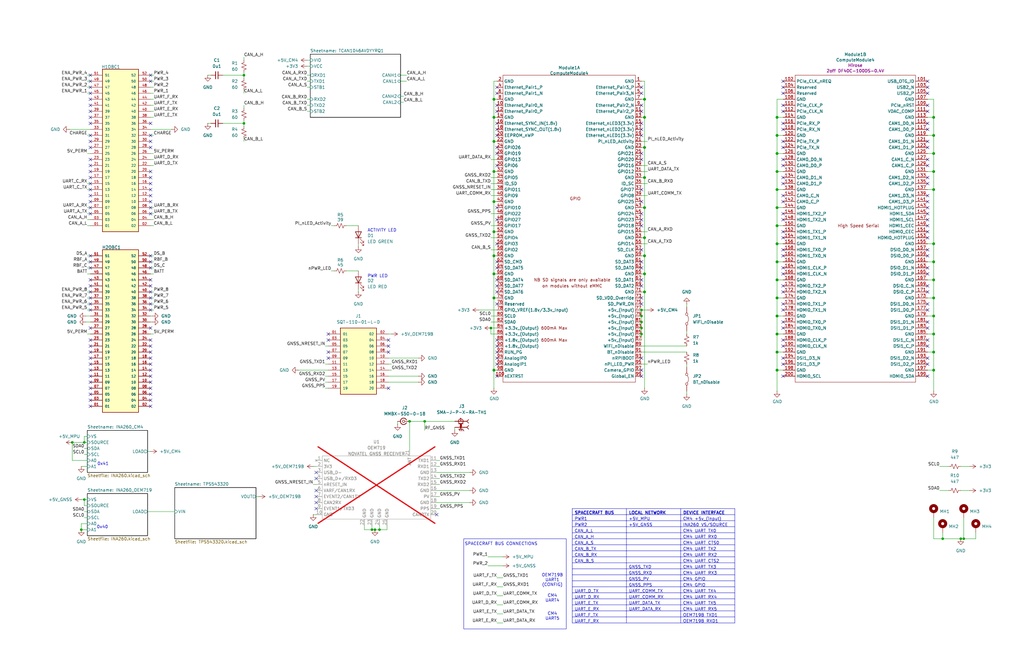
<source format=kicad_sch>
(kicad_sch (version 20250114) (generator "eeschema") (generator_version "9.0")
  (paper "USLedger")
  (title_block (title "HEDGE2 OBC") (date "2025-06-27") (rev "V0.8") (company "University of Virginia") (comment 1 "Department of Mechanical and Aerospace Engineering"))
  (rectangle (start 195.58 227.33) (end 238.76 265.43))
  (text "PWR LED" (at 154.94 117.348 0) (effects (font (size 1.27 1.27)) (justify left bottom)))
  (text "CM4\nUART5" (at 232.918 260.096 0) (effects (font (size 1.27 1.27))))
  (text "0x41" (at 43.434 195.834 0) (effects (font (size 1.27 1.27))))
  (text "SPACECRAFT BUS CONNECTIONS" (at 211.328 229.616 0) (effects (font (size 1.27 1.27))))
  (text "0x40" (at 43.18 222.504 0) (effects (font (size 1.27 1.27))))
  (text "OEM719B\nUART1\n(CONFIG)" (at 232.918 244.856 0) (effects (font (size 1.27 1.27))))
  (text "ACTIVITY LED" (at 154.94 98.044 0) (effects (font (size 1.27 1.27)) (justify left bottom)))
  (text "CM4\nUART4" (at 232.918 252.476 0) (effects (font (size 1.27 1.27))))
  (junction (at 102.87 52.07))
  (junction (at 156.845 223.52))
  (junction (at 393.7 140.97) (diameter 1.016))
  (junction (at 393.7 148.59) (diameter 1.016))
  (junction (at 327.66 118.11) (diameter 1.016))
  (junction (at 271.78 123.19) (diameter 1.016))
  (junction (at 271.78 49.53) (diameter 1.016))
  (junction (at 406.4 227.33))
  (junction (at 393.7 102.87) (diameter 1.016))
  (junction (at 271.78 87.63) (diameter 1.016))
  (junction (at 327.66 148.59) (diameter 1.016))
  (junction (at 327.66 125.73) (diameter 1.016))
  (junction (at 208.28 115.57) (diameter 1.016))
  (junction (at 393.7 64.77) (diameter 1.016))
  (junction (at 271.78 41.91) (diameter 1.016))
  (junction (at 270.51 135.89))
  (junction (at 208.28 107.95) (diameter 1.016))
  (junction (at 393.7 80.01) (diameter 1.016))
  (junction (at 327.66 57.15) (diameter 1.016))
  (junction (at 327.66 64.77) (diameter 1.016))
  (junction (at 393.7 118.11) (diameter 1.016))
  (junction (at 271.78 62.23) (diameter 1.016))
  (junction (at 102.87 31.75))
  (junction (at 327.66 72.39) (diameter 1.016))
  (junction (at 35.56 210.82))
  (junction (at 327.66 133.35) (diameter 1.016))
  (junction (at 172.72 177.8))
  (junction (at 179.07 177.8))
  (junction (at 208.28 85.09) (diameter 1.016))
  (junction (at 397.51 227.33))
  (junction (at 30.48 186.69))
  (junction (at 208.28 97.79) (diameter 1.016))
  (junction (at 393.7 110.49) (diameter 1.016))
  (junction (at 271.78 74.93) (diameter 1.016))
  (junction (at 270.51 140.97))
  (junction (at 327.66 156.21) (diameter 1.016))
  (junction (at 393.7 156.21) (diameter 1.016))
  (junction (at 327.66 49.53) (diameter 1.016))
  (junction (at 327.66 95.25) (diameter 1.016))
  (junction (at 208.28 49.53) (diameter 1.016))
  (junction (at 405.13 227.33))
  (junction (at 393.7 72.39) (diameter 1.016))
  (junction (at 208.28 41.91) (diameter 1.016))
  (junction (at 35.56 186.69))
  (junction (at 270.51 138.43))
  (junction (at 327.66 80.01) (diameter 1.016))
  (junction (at 393.7 133.35) (diameter 1.016))
  (junction (at 327.66 140.97) (diameter 1.016))
  (junction (at 208.28 72.39) (diameter 1.016))
  (junction (at 34.29 223.52))
  (junction (at 393.7 49.53) (diameter 1.016))
  (junction (at 158.115 223.52))
  (junction (at 160.02 223.52))
  (junction (at 393.7 57.15) (diameter 1.016))
  (junction (at 270.51 133.35))
  (junction (at 393.7 125.73) (diameter 1.016))
  (junction (at 327.66 110.49) (diameter 1.016))
  (junction (at 327.66 102.87) (diameter 1.016))
  (junction (at 208.28 156.21) (diameter 1.016))
  (junction (at 270.51 130.81))
  (junction (at 327.66 87.63) (diameter 1.016))
  (junction (at 207.01 138.43))
  (junction (at 271.78 107.95) (diameter 1.016))
  (junction (at 271.78 115.57) (diameter 1.016))
  (junction (at 271.78 100.33) (diameter 1.016))
  (junction (at 208.28 125.73) (diameter 1.016))
  (junction (at 208.28 59.69) (diameter 1.016))
  (no_connect (at 391.16 36.83))
  (no_connect (at 209.55 44.45))
  (no_connect (at 63.5 74.93))
  (no_connect (at 38.1 153.67))
  (no_connect (at 209.55 148.59))
  (no_connect (at 391.16 74.93))
  (no_connect (at 270.51 105.41))
  (no_connect (at 270.51 118.11))
  (no_connect (at 330.2 100.33))
  (no_connect (at 63.5 148.59))
  (no_connect (at 391.16 138.43))
  (no_connect (at 330.2 85.09))
  (no_connect (at 330.2 158.75))
  (no_connect (at 63.5 80.01))
  (no_connect (at 38.1 158.75))
  (no_connect (at 63.5 168.91))
  (no_connect (at 63.5 110.49))
  (no_connect (at 209.55 158.75))
  (no_connect (at 330.2 74.93))
  (no_connect (at 38.1 130.81))
  (no_connect (at 38.1 69.85))
  (no_connect (at 38.1 138.43))
  (no_connect (at 209.55 87.63))
  (no_connect (at 63.5 34.29))
  (no_connect (at 63.5 90.17))
  (no_connect (at 209.55 92.71))
  (no_connect (at 133.35 212.09))
  (no_connect (at 209.55 110.49))
  (no_connect (at 270.51 125.73))
  (no_connect (at 270.51 95.25))
  (no_connect (at 330.2 69.85))
  (no_connect (at 270.51 128.27))
  (no_connect (at 38.1 107.95))
  (no_connect (at 63.5 82.55))
  (no_connect (at 209.55 52.07))
  (no_connect (at 63.5 107.95))
  (no_connect (at 63.5 31.75))
  (no_connect (at 38.1 120.65))
  (no_connect (at 38.1 67.31))
  (no_connect (at 63.5 130.81))
  (no_connect (at 270.51 44.45))
  (no_connect (at 330.2 62.23))
  (no_connect (at 330.2 138.43))
  (no_connect (at 209.55 151.13))
  (no_connect (at 63.5 171.45))
  (no_connect (at 38.1 59.69))
  (no_connect (at 209.55 153.67))
  (no_connect (at 209.55 62.23))
  (no_connect (at 330.2 113.03))
  (no_connect (at 330.2 34.29))
  (no_connect (at 330.2 54.61))
  (no_connect (at 133.35 214.63))
  (no_connect (at 330.2 130.81))
  (no_connect (at 270.51 85.09))
  (no_connect (at 391.16 77.47))
  (no_connect (at 330.2 59.69))
  (no_connect (at 391.16 69.85))
  (no_connect (at 391.16 113.03))
  (no_connect (at 330.2 44.45))
  (no_connect (at 209.55 36.83))
  (no_connect (at 391.16 158.75))
  (no_connect (at 330.2 77.47))
  (no_connect (at 63.5 161.29))
  (no_connect (at 38.1 166.37))
  (no_connect (at 163.83 148.59))
  (no_connect (at 330.2 143.51))
  (no_connect (at 270.51 57.15))
  (no_connect (at 391.16 90.17))
  (no_connect (at 138.43 140.97))
  (no_connect (at 38.1 156.21))
  (no_connect (at 270.51 36.83))
  (no_connect (at 209.55 54.61))
  (no_connect (at 270.51 92.71))
  (no_connect (at 38.1 46.99))
  (no_connect (at 63.5 138.43))
  (no_connect (at 63.5 156.21))
  (no_connect (at 330.2 92.71))
  (no_connect (at 38.1 41.91))
  (no_connect (at 391.16 107.95))
  (no_connect (at 63.5 118.11))
  (no_connect (at 63.5 163.83))
  (no_connect (at 209.55 118.11))
  (no_connect (at 391.16 62.23))
  (no_connect (at 270.51 46.99))
  (no_connect (at 330.2 39.37))
  (no_connect (at 270.51 158.75))
  (no_connect (at 270.51 110.49))
  (no_connect (at 391.16 120.65))
  (no_connect (at 330.2 107.95))
  (no_connect (at 63.5 143.51))
  (no_connect (at 330.2 151.13))
  (no_connect (at 391.16 123.19))
  (no_connect (at 330.2 67.31))
  (no_connect (at 209.55 123.19))
  (no_connect (at 209.55 146.05))
  (no_connect (at 38.1 143.51))
  (no_connect (at 63.5 125.73))
  (no_connect (at 391.16 54.61))
  (no_connect (at 63.5 151.13))
  (no_connect (at 38.1 148.59))
  (no_connect (at 133.35 207.01))
  (no_connect (at 138.43 151.13))
  (no_connect (at 38.1 62.23))
  (no_connect (at 38.1 171.45))
  (no_connect (at 270.51 64.77))
  (no_connect (at 270.51 52.07))
  (no_connect (at 391.16 59.69))
  (no_connect (at 330.2 115.57))
  (no_connect (at 209.55 128.27))
  (no_connect (at 330.2 135.89))
  (no_connect (at 38.1 31.75))
  (no_connect (at 38.1 163.83))
  (no_connect (at 330.2 153.67))
  (no_connect (at 38.1 146.05))
  (no_connect (at 209.55 102.87))
  (no_connect (at 330.2 128.27))
  (no_connect (at 38.1 113.03))
  (no_connect (at 330.2 90.17))
  (no_connect (at 38.1 168.91))
  (no_connect (at 38.1 85.09))
  (no_connect (at 330.2 123.19))
  (no_connect (at 38.1 77.47))
  (no_connect (at 38.1 39.37))
  (no_connect (at 270.51 54.61))
  (no_connect (at 270.51 67.31))
  (no_connect (at 38.1 57.15))
  (no_connect (at 63.5 146.05))
  (no_connect (at 391.16 82.55))
  (no_connect (at 63.5 158.75))
  (no_connect (at 270.51 120.65))
  (no_connect (at 330.2 97.79))
  (no_connect (at 330.2 36.83))
  (no_connect (at 38.1 118.11))
  (no_connect (at 38.1 123.19))
  (no_connect (at 38.1 151.13))
  (no_connect (at 38.1 80.01))
  (no_connect (at 63.5 153.67))
  (no_connect (at 133.35 209.55))
  (no_connect (at 209.55 64.77))
  (no_connect (at 270.51 156.21))
  (no_connect (at 391.16 44.45))
  (no_connect (at 391.16 128.27))
  (no_connect (at 270.51 151.13))
  (no_connect (at 391.16 39.37))
  (no_connect (at 391.16 46.99))
  (no_connect (at 209.55 39.37))
  (no_connect (at 209.55 120.65))
  (no_connect (at 391.16 92.71))
  (no_connect (at 63.5 113.03))
  (no_connect (at 270.51 39.37))
  (no_connect (at 391.16 87.63))
  (no_connect (at 63.5 59.69))
  (no_connect (at 38.1 34.29))
  (no_connect (at 391.16 67.31))
  (no_connect (at 38.1 72.39))
  (no_connect (at 38.1 125.73))
  (no_connect (at 38.1 90.17))
  (no_connect (at 63.5 120.65))
  (no_connect (at 391.16 100.33))
  (no_connect (at 38.1 74.93))
  (no_connect (at 63.5 123.19))
  (no_connect (at 330.2 120.65))
  (no_connect (at 63.5 72.39))
  (no_connect (at 38.1 87.63))
  (no_connect (at 270.51 90.17))
  (no_connect (at 209.55 143.51))
  (no_connect (at 63.5 87.63))
  (no_connect (at 63.5 52.07))
  (no_connect (at 63.5 77.47))
  (no_connect (at 391.16 130.81))
  (no_connect (at 391.16 151.13))
  (no_connect (at 63.5 166.37))
  (no_connect (at 209.55 69.85))
  (no_connect (at 330.2 52.07))
  (no_connect (at 138.43 143.51))
  (no_connect (at 38.1 128.27))
  (no_connect (at 209.55 113.03))
  (no_connect (at 38.1 52.07))
  (no_connect (at 391.16 34.29))
  (no_connect (at 133.35 199.39))
  (no_connect (at 163.83 143.51))
  (no_connect (at 38.1 161.29))
  (no_connect (at 38.1 110.49))
  (no_connect (at 391.16 97.79))
  (no_connect (at 63.5 85.09))
  (no_connect (at 330.2 146.05))
  (no_connect (at 38.1 36.83))
  (no_connect (at 63.5 57.15))
  (no_connect (at 391.16 105.41))
  (no_connect (at 391.16 85.09))
  (no_connect (at 330.2 82.55))
  (no_connect (at 270.51 80.01))
  (no_connect (at 138.43 148.59))
  (no_connect (at 163.83 163.83))
  (no_connect (at 209.55 46.99))
  (no_connect (at 63.5 62.23))
  (no_connect (at 391.16 143.51))
  (no_connect (at 209.55 57.15))
  (no_connect (at 391.16 153.67))
  (no_connect (at 330.2 46.99))
  (no_connect (at 133.35 201.93))
  (no_connect (at 270.51 113.03))
  (no_connect (at 391.16 115.57))
  (no_connect (at 391.16 52.07))
  (no_connect (at 38.1 49.53))
  (no_connect (at 163.83 146.05))
  (no_connect (at 38.1 44.45))
  (no_connect (at 63.5 128.27))
  (no_connect (at 391.16 135.89))
  (no_connect (at 38.1 82.55))
  (no_connect (at 391.16 146.05))
  (no_connect (at 391.16 95.25))
  (no_connect (at 330.2 105.41))
  (no_connect (at 184.15 217.17))
  (wire (pts (xy 270.51 74.93) (xy 271.78 74.93)))
  (wire (pts (xy 36.195 133.35) (xy 38.1 133.35)))
  (wire (pts (xy 125.73 156.21) (xy 138.43 156.21)))
  (wire (pts (xy 208.28 59.69) (xy 209.55 59.69)))
  (wire (pts (xy 168.91 40.64) (xy 170.18 40.64)))
  (wire (pts (xy 327.66 156.21) (xy 327.66 165.1)))
  (wire (pts (xy 405.13 207.01) (xy 408.94 207.01)))
  (wire (pts (xy 168.91 31.75) (xy 171.45 31.75)))
  (wire (pts (xy 63.5 64.77) (xy 64.77 64.77)))
  (wire (pts (xy 36.195 135.89) (xy 38.1 135.89)))
  (wire (pts (xy 330.2 156.21) (xy 327.66 156.21)))
  (wire (pts (xy 208.28 107.95) (xy 208.28 115.57)))
  (wire (pts (xy 271.78 87.63) (xy 271.78 100.33)))
  (wire (pts (xy 146.05 114.3) (xy 151.13 114.3)))
  (wire (pts (xy 327.66 118.11) (xy 330.2 118.11)))
  (wire (pts (xy 208.28 85.09) (xy 208.28 97.79)))
  (wire (pts (xy 64.77 140.97) (xy 63.5 140.97)))
  (wire (pts (xy 36.83 57.15) (xy 38.1 57.15)))
  (wire (pts (xy 208.28 34.29) (xy 208.28 41.91)))
  (wire (pts (xy 271.78 62.23) (xy 271.78 74.93)))
  (wire (pts (xy 393.7 218.44) (xy 393.7 227.33)))
  (wire (pts (xy 63.5 36.83) (xy 64.77 36.83)))
  (wire (pts (xy 63.5 49.53) (xy 64.77 49.53)))
  (wire (pts (xy 270.51 72.39) (xy 273.05 72.39)))
  (wire (pts (xy 209.55 49.53) (xy 208.28 49.53)))
  (wire (pts (xy 207.01 100.33) (xy 209.55 100.33)))
  (wire (pts (xy 209.55 41.91) (xy 208.28 41.91)))
  (wire (pts (xy 391.16 49.53) (xy 393.7 49.53)))
  (wire (pts (xy 327.66 87.63) (xy 330.2 87.63)))
  (wire (pts (xy 327.66 140.97) (xy 330.2 140.97)))
  (wire (pts (xy 184.15 194.31) (xy 185.42 194.31)))
  (wire (pts (xy 391.16 102.87) (xy 393.7 102.87)))
  (wire (pts (xy 137.16 161.29) (xy 138.43 161.29)))
  (wire (pts (xy 270.51 123.19) (xy 271.78 123.19)))
  (wire (pts (xy 36.83 36.83) (xy 38.1 36.83)))
  (wire (pts (xy 208.28 115.57) (xy 208.28 125.73)))
  (wire (pts (xy 208.28 41.91) (xy 208.28 49.53)))
  (wire (pts (xy 270.51 140.97) (xy 270.51 143.51)))
  (wire (pts (xy 327.66 133.35) (xy 327.66 140.97)))
  (wire (pts (xy 139.7 114.3) (xy 140.97 114.3)))
  (wire (pts (xy 393.7 41.91) (xy 391.16 41.91)))
  (wire (pts (xy 327.66 49.53) (xy 330.2 49.53)))
  (wire (pts (xy 393.7 118.11) (xy 393.7 125.73)))
  (wire (pts (xy 168.91 34.29) (xy 171.45 34.29)))
  (wire (pts (xy 393.7 49.53) (xy 393.7 41.91)))
  (wire (pts (xy 88.9 52.07) (xy 87.63 52.07)))
  (wire (pts (xy 129.54 31.75) (xy 130.81 31.75)))
  (wire (pts (xy 393.7 102.87) (xy 393.7 110.49)))
  (wire (pts (xy 132.08 204.47) (xy 133.35 204.47)))
  (wire (pts (xy 63.5 31.75) (xy 64.77 31.75)))
  (wire (pts (xy 208.28 107.95) (xy 209.55 107.95)))
  (wire (pts (xy 207.01 138.43) (xy 209.55 138.43)))
  (wire (pts (xy 163.83 140.97) (xy 165.1 140.97)))
  (wire (pts (xy 205.74 234.95) (xy 212.09 234.95)))
  (wire (pts (xy 153.67 223.52) (xy 156.845 223.52)))
  (wire (pts (xy 151.13 121.92) (xy 151.13 123.19)))
  (wire (pts (xy 208.28 72.39) (xy 209.55 72.39)))
  (wire (pts (xy 184.15 196.85) (xy 185.42 196.85)))
  (wire (pts (xy 36.83 110.49) (xy 38.1 110.49)))
  (wire (pts (xy 327.66 95.25) (xy 330.2 95.25)))
  (wire (pts (xy 406.4 227.33) (xy 405.13 227.33)))
  (wire (pts (xy 207.01 74.93) (xy 209.55 74.93)))
  (wire (pts (xy 36.83 80.01) (xy 38.1 80.01)))
  (wire (pts (xy 168.91 43.18) (xy 170.18 43.18)))
  (wire (pts (xy 35.56 186.69) (xy 36.83 186.69)))
  (wire (pts (xy 137.16 146.05) (xy 138.43 146.05)))
  (wire (pts (xy 63.5 128.27) (xy 64.77 128.27)))
  (wire (pts (xy 102.87 52.07) (xy 102.87 53.34)))
  (wire (pts (xy 207.01 133.35) (xy 209.55 133.35)))
  (wire (pts (xy 391.16 133.35) (xy 393.7 133.35)))
  (wire (pts (xy 208.28 125.73) (xy 209.55 125.73)))
  (wire (pts (xy 271.78 100.33) (xy 271.78 107.95)))
  (wire (pts (xy 163.83 158.75) (xy 176.53 158.75)))
  (wire (pts (xy 63.5 113.03) (xy 64.77 113.03)))
  (wire (pts (xy 129.54 44.45) (xy 130.81 44.45)))
  (wire (pts (xy 191.77 180.34) (xy 191.77 181.61)))
  (wire (pts (xy 137.16 153.67) (xy 138.43 153.67)))
  (wire (pts (xy 271.78 74.93) (xy 271.78 87.63)))
  (wire (pts (xy 63.5 135.89) (xy 64.135 135.89)))
  (wire (pts (xy 184.15 209.55) (xy 185.42 209.55)))
  (wire (pts (xy 270.51 135.89) (xy 270.51 138.43)))
  (wire (pts (xy 208.28 115.57) (xy 209.55 115.57)))
  (wire (pts (xy 327.66 64.77) (xy 327.66 72.39)))
  (wire (pts (xy 36.83 39.37) (xy 38.1 39.37)))
  (wire (pts (xy 289.56 146.05) (xy 270.51 146.05)))
  (wire (pts (xy 88.9 31.75) (xy 87.63 31.75)))
  (wire (pts (xy 30.48 194.31) (xy 30.48 186.69)))
  (wire (pts (xy 160.02 223.52) (xy 163.195 223.52)))
  (wire (pts (xy 209.55 255.27) (xy 212.09 255.27)))
  (wire (pts (xy 36.83 95.25) (xy 38.1 95.25)))
  (wire (pts (xy 393.7 110.49) (xy 393.7 118.11)))
  (wire (pts (xy 156.845 223.52) (xy 156.845 221.615)))
  (wire (pts (xy 35.56 215.9) (xy 36.83 215.9)))
  (wire (pts (xy 393.7 148.59) (xy 393.7 156.21)))
  (wire (pts (xy 271.78 41.91) (xy 271.78 49.53)))
  (wire (pts (xy 393.7 227.33) (xy 397.51 227.33)))
  (wire (pts (xy 64.77 57.15) (xy 63.5 57.15)))
  (wire (pts (xy 102.87 30.48) (xy 102.87 31.75)))
  (wire (pts (xy 129.54 46.99) (xy 130.81 46.99)))
  (wire (pts (xy 179.07 177.8) (xy 191.77 177.8)))
  (wire (pts (xy 184.15 214.63) (xy 185.42 214.63)))
  (wire (pts (xy 102.87 44.45) (xy 102.87 45.72)))
  (wire (pts (xy 62.23 190.5) (xy 63.5 190.5)))
  (wire (pts (xy 393.7 80.01) (xy 393.7 102.87)))
  (wire (pts (xy 391.16 57.15) (xy 393.7 57.15)))
  (wire (pts (xy 208.28 59.69) (xy 208.28 72.39)))
  (wire (pts (xy 270.51 34.29) (xy 271.78 34.29)))
  (wire (pts (xy 270.51 49.53) (xy 271.78 49.53)))
  (wire (pts (xy 163.83 151.13) (xy 176.53 151.13)))
  (wire (pts (xy 129.54 41.91) (xy 130.81 41.91)))
  (wire (pts (xy 391.16 80.01) (xy 393.7 80.01)))
  (wire (pts (xy 327.66 148.59) (xy 327.66 156.21)))
  (wire (pts (xy 208.28 125.73) (xy 208.28 156.21)))
  (wire (pts (xy 184.15 207.01) (xy 198.12 207.01)))
  (wire (pts (xy 102.87 38.1) (xy 102.87 39.37)))
  (wire (pts (xy 327.66 41.91) (xy 327.66 49.53)))
  (wire (pts (xy 289.56 139.7) (xy 289.56 140.97)))
  (wire (pts (xy 207.01 82.55) (xy 209.55 82.55)))
  (wire (pts (xy 270.51 115.57) (xy 271.78 115.57)))
  (wire (pts (xy 36.83 113.03) (xy 38.1 113.03)))
  (wire (pts (xy 327.66 95.25) (xy 327.66 102.87)))
  (wire (pts (xy 163.83 156.21) (xy 165.1 156.21)))
  (wire (pts (xy 63.5 123.19) (xy 64.77 123.19)))
  (wire (pts (xy 391.16 125.73) (xy 393.7 125.73)))
  (wire (pts (xy 201.93 130.81) (xy 209.55 130.81)))
  (wire (pts (xy 132.08 196.85) (xy 133.35 196.85)))
  (wire (pts (xy 30.48 186.69) (xy 35.56 186.69)))
  (wire (pts (xy 270.51 138.43) (xy 270.51 140.97)))
  (wire (pts (xy 139.7 95.25) (xy 140.97 95.25)))
  (wire (pts (xy 208.28 97.79) (xy 208.28 107.95)))
  (wire (pts (xy 137.16 158.75) (xy 138.43 158.75)))
  (wire (pts (xy 207.01 95.25) (xy 209.55 95.25)))
  (wire (pts (xy 391.16 118.11) (xy 393.7 118.11)))
  (wire (pts (xy 63.5 34.29) (xy 64.77 34.29)))
  (wire (pts (xy 36.83 130.81) (xy 38.1 130.81)))
  (wire (pts (xy 36.83 123.19) (xy 38.1 123.19)))
  (wire (pts (xy 393.7 133.35) (xy 393.7 140.97)))
  (wire (pts (xy 396.24 196.85) (xy 400.05 196.85)))
  (wire (pts (xy 35.56 189.23) (xy 36.83 189.23)))
  (wire (pts (xy 327.66 133.35) (xy 330.2 133.35)))
  (wire (pts (xy 163.83 161.29) (xy 176.53 161.29)))
  (wire (pts (xy 129.54 27.94) (xy 130.81 27.94)))
  (wire (pts (xy 270.51 62.23) (xy 271.78 62.23)))
  (wire (pts (xy 391.16 156.21) (xy 393.7 156.21)))
  (wire (pts (xy 270.51 153.67) (xy 273.05 153.67)))
  (wire (pts (xy 391.16 72.39) (xy 393.7 72.39)))
  (wire (pts (xy 327.66 125.73) (xy 330.2 125.73)))
  (wire (pts (xy 172.72 177.8) (xy 179.07 177.8)))
  (wire (pts (xy 63.5 110.49) (xy 64.77 110.49)))
  (wire (pts (xy 34.29 196.85) (xy 36.83 196.85)))
  (wire (pts (xy 209.55 262.89) (xy 212.09 262.89)))
  (wire (pts (xy 393.7 156.21) (xy 393.7 165.1)))
  (wire (pts (xy 327.66 118.11) (xy 327.66 125.73)))
  (wire (pts (xy 327.66 125.73) (xy 327.66 133.35)))
  (wire (pts (xy 63.5 41.91) (xy 64.77 41.91)))
  (wire (pts (xy 393.7 72.39) (xy 393.7 64.77)))
  (wire (pts (xy 35.56 191.77) (xy 36.83 191.77)))
  (wire (pts (xy 36.83 90.17) (xy 38.1 90.17)))
  (wire (pts (xy 271.78 49.53) (xy 271.78 62.23)))
  (wire (pts (xy 207.01 90.17) (xy 209.55 90.17)))
  (wire (pts (xy 330.2 148.59) (xy 327.66 148.59)))
  (wire (pts (xy 129.54 25.4) (xy 130.81 25.4)))
  (wire (pts (xy 289.56 153.67) (xy 289.56 154.94)))
  (wire (pts (xy 327.66 110.49) (xy 330.2 110.49)))
  (wire (pts (xy 396.24 207.01) (xy 400.05 207.01)))
  (wire (pts (xy 270.51 102.87) (xy 273.05 102.87)))
  (wire (pts (xy 327.66 49.53) (xy 327.66 57.15)))
  (wire (pts (xy 132.08 217.17) (xy 133.35 217.17)))
  (wire (pts (xy 270.51 133.35) (xy 270.51 135.89)))
  (wire (pts (xy 35.56 184.15) (xy 35.56 186.69)))
  (wire (pts (xy 34.29 220.98) (xy 34.29 223.52)))
  (wire (pts (xy 289.56 148.59) (xy 270.51 148.59)))
  (wire (pts (xy 36.83 115.57) (xy 38.1 115.57)))
  (wire (pts (xy 184.15 199.39) (xy 198.12 199.39)))
  (wire (pts (xy 36.83 184.15) (xy 35.56 184.15)))
  (wire (pts (xy 327.66 102.87) (xy 327.66 110.49)))
  (wire (pts (xy 393.7 80.01) (xy 393.7 72.39)))
  (wire (pts (xy 208.28 156.21) (xy 208.28 163.83)))
  (wire (pts (xy 63.5 130.81) (xy 64.77 130.81)))
  (wire (pts (xy 63.5 115.57) (xy 64.77 115.57)))
  (wire (pts (xy 330.2 41.91) (xy 327.66 41.91)))
  (wire (pts (xy 63.5 125.73) (xy 64.77 125.73)))
  (wire (pts (xy 327.66 72.39) (xy 330.2 72.39)))
  (wire (pts (xy 391.16 64.77) (xy 393.7 64.77)))
  (wire (pts (xy 327.66 57.15) (xy 330.2 57.15)))
  (wire (pts (xy 36.83 194.31) (xy 30.48 194.31)))
  (wire (pts (xy 270.51 107.95) (xy 271.78 107.95)))
  (wire (pts (xy 289.56 165.1) (xy 289.56 166.37)))
  (wire (pts (xy 129.54 34.29) (xy 130.81 34.29)))
  (wire (pts (xy 35.56 210.82) (xy 35.56 213.36)))
  (wire (pts (xy 63.5 67.31) (xy 64.77 67.31)))
  (wire (pts (xy 270.51 69.85) (xy 273.05 69.85)))
  (wire (pts (xy 327.66 57.15) (xy 327.66 64.77)))
  (wire (pts (xy 184.15 212.09) (xy 198.12 212.09)))
  (wire (pts (xy 207.01 135.89) (xy 209.55 135.89)))
  (wire (pts (xy 270.51 130.81) (xy 273.05 130.81)))
  (wire (pts (xy 63.5 92.71) (xy 64.77 92.71)))
  (wire (pts (xy 393.7 125.73) (xy 393.7 133.35)))
  (wire (pts (xy 179.07 177.8) (xy 179.07 181.61)))
  (wire (pts (xy 270.51 41.91) (xy 271.78 41.91)))
  (wire (pts (xy 208.28 85.09) (xy 209.55 85.09)))
  (wire (pts (xy 411.48 227.33) (xy 406.4 227.33)))
  (wire (pts (xy 153.67 223.52) (xy 153.67 221.615)))
  (wire (pts (xy 327.66 102.87) (xy 330.2 102.87)))
  (wire (pts (xy 156.845 223.52) (xy 158.115 223.52)))
  (wire (pts (xy 270.51 77.47) (xy 273.05 77.47)))
  (wire (pts (xy 184.15 204.47) (xy 185.42 204.47)))
  (wire (pts (xy 102.87 52.07) (xy 93.98 52.07)))
  (wire (pts (xy 405.13 196.85) (xy 408.94 196.85)))
  (wire (pts (xy 63.5 44.45) (xy 64.77 44.45)))
  (wire (pts (xy 270.51 97.79) (xy 273.05 97.79)))
  (wire (pts (xy 160.02 223.52) (xy 160.02 221.615)))
  (wire (pts (xy 406.4 218.44) (xy 406.4 227.33)))
  (wire (pts (xy 207.01 67.31) (xy 209.55 67.31)))
  (wire (pts (xy 35.56 218.44) (xy 36.83 218.44)))
  (wire (pts (xy 36.83 140.97) (xy 38.1 140.97)))
  (wire (pts (xy 393.7 140.97) (xy 393.7 148.59)))
  (wire (pts (xy 102.87 31.75) (xy 93.98 31.75)))
  (wire (pts (xy 393.7 64.77) (xy 393.7 57.15)))
  (wire (pts (xy 36.83 64.77) (xy 38.1 64.77)))
  (wire (pts (xy 172.72 177.8) (xy 172.72 189.865)))
  (wire (pts (xy 209.55 156.21) (xy 208.28 156.21)))
  (wire (pts (xy 36.83 34.29) (xy 38.1 34.29)))
  (wire (pts (xy 270.51 100.33) (xy 271.78 100.33)))
  (wire (pts (xy 327.66 80.01) (xy 330.2 80.01)))
  (wire (pts (xy 207.01 80.01) (xy 209.55 80.01)))
  (wire (pts (xy 270.51 87.63) (xy 271.78 87.63)))
  (wire (pts (xy 36.83 125.73) (xy 38.1 125.73)))
  (wire (pts (xy 167.64 177.8) (xy 167.64 179.07)))
  (wire (pts (xy 207.01 140.97) (xy 207.01 138.43)))
  (wire (pts (xy 208.28 49.53) (xy 208.28 59.69)))
  (wire (pts (xy 327.66 87.63) (xy 327.66 95.25)))
  (wire (pts (xy 271.78 34.29) (xy 271.78 41.91)))
  (wire (pts (xy 63.5 87.63) (xy 64.77 87.63)))
  (wire (pts (xy 34.29 210.82) (xy 35.56 210.82)))
  (wire (pts (xy 146.05 95.25) (xy 151.13 95.25)))
  (wire (pts (xy 397.51 227.33) (xy 405.13 227.33)))
  (wire (pts (xy 391.16 140.97) (xy 393.7 140.97)))
  (wire (pts (xy 35.56 213.36) (xy 36.83 213.36)))
  (wire (pts (xy 129.54 36.83) (xy 130.81 36.83)))
  (wire (pts (xy 29.21 54.61) (xy 38.1 54.61)))
  (wire (pts (xy 209.55 243.84) (xy 212.09 243.84)))
  (wire (pts (xy 209.55 259.08) (xy 212.09 259.08)))
  (wire (pts (xy 36.83 210.82) (xy 35.56 210.82)))
  (wire (pts (xy 102.87 50.8) (xy 102.87 52.07)))
  (wire (pts (xy 327.66 64.77) (xy 330.2 64.77)))
  (wire (pts (xy 36.83 107.95) (xy 38.1 107.95)))
  (wire (pts (xy 397.51 224.79) (xy 397.51 227.33)))
  (wire (pts (xy 271.78 123.19) (xy 271.78 163.83)))
  (wire (pts (xy 163.195 223.52) (xy 163.195 221.615)))
  (wire (pts (xy 391.16 110.49) (xy 393.7 110.49)))
  (wire (pts (xy 102.87 58.42) (xy 102.87 59.69)))
  (wire (pts (xy 36.83 87.63) (xy 38.1 87.63)))
  (wire (pts (xy 36.83 77.47) (xy 38.1 77.47)))
  (wire (pts (xy 163.83 153.67) (xy 165.1 153.67)))
  (wire (pts (xy 63.5 95.25) (xy 64.77 95.25)))
  (wire (pts (xy 271.78 115.57) (xy 271.78 123.19)))
  (wire (pts (xy 270.51 82.55) (xy 273.05 82.55)))
  (wire (pts (xy 36.83 92.71) (xy 38.1 92.71)))
  (wire (pts (xy 36.83 128.27) (xy 38.1 128.27)))
  (wire (pts (xy 63.5 54.61) (xy 72.39 54.61)))
  (wire (pts (xy 137.16 163.83) (xy 138.43 163.83)))
  (wire (pts (xy 207.01 105.41) (xy 209.55 105.41)))
  (wire (pts (xy 327.66 110.49) (xy 327.66 118.11)))
  (wire (pts (xy 102.87 31.75) (xy 102.87 33.02)))
  (wire (pts (xy 411.48 224.79) (xy 411.48 227.33)))
  (wire (pts (xy 36.83 31.75) (xy 38.1 31.75)))
  (wire (pts (xy 327.66 72.39) (xy 327.66 80.01)))
  (wire (pts (xy 63.5 39.37) (xy 64.77 39.37)))
  (wire (pts (xy 63.5 107.95) (xy 64.77 107.95)))
  (wire (pts (xy 107.95 209.55) (xy 109.22 209.55)))
  (wire (pts (xy 158.115 223.52) (xy 160.02 223.52)))
  (wire (pts (xy 34.29 223.52) (xy 36.83 223.52)))
  (wire (pts (xy 63.5 69.85) (xy 64.77 69.85)))
  (wire (pts (xy 327.66 80.01) (xy 327.66 87.63)))
  (wire (pts (xy 63.5 133.35) (xy 64.135 133.35)))
  (wire (pts (xy 209.55 34.29) (xy 208.28 34.29)))
  (wire (pts (xy 209.55 247.65) (xy 212.09 247.65)))
  (wire (pts (xy 289.56 128.27) (xy 289.56 129.54)))
  (wire (pts (xy 271.78 107.95) (xy 271.78 115.57)))
  (wire (pts (xy 184.15 201.93) (xy 185.42 201.93)))
  (wire (pts (xy 209.55 251.46) (xy 212.09 251.46)))
  (wire (pts (xy 63.5 90.17) (xy 64.77 90.17)))
  (wire (pts (xy 391.16 148.59) (xy 393.7 148.59)))
  (wire (pts (xy 327.66 140.97) (xy 327.66 148.59)))
  (wire (pts (xy 63.5 46.99) (xy 64.77 46.99)))
  (wire (pts (xy 393.7 57.15) (xy 393.7 49.53)))
  (wire (pts (xy 102.87 24.13) (xy 102.87 25.4)))
  (wire (pts (xy 208.28 72.39) (xy 208.28 85.09)))
  (wire (pts (xy 36.83 220.98) (xy 34.29 220.98)))
  (wire (pts (xy 270.51 130.81) (xy 270.51 133.35)))
  (wire (pts (xy 205.74 238.76) (xy 212.09 238.76)))
  (wire (pts (xy 208.28 97.79) (xy 209.55 97.79)))
  (wire (pts (xy 62.23 215.9) (xy 73.66 215.9)))
  (wire (pts (xy 207.01 77.47) (xy 209.55 77.47)))
  (wire (pts (xy 209.55 140.97) (xy 207.01 140.97)))
  (wire (pts (xy 151.13 102.87) (xy 151.13 104.14)))
  (wire (pts (xy 270.51 59.69) (xy 273.05 59.69)))
  (table (column_count 3) (border (external yes) (header no)) (separators (rows yes) (cols yes)) (column_widths 22.86 22.86 22.86) (row_heights 2.54 2.54 2.54 2.54 2.54 2.54 2.54 2.54 2.54 2.54 2.54 2.54 2.54 2.54 2.54 2.54 2.54 2.54 2.54) (cells (table_cell "SPACECRAFT BUS" (at 241.3 214.63 0) (size 22.86 2.54) (margins 0.9525 0.9525 0.9525 0.9525) (span 1 1)) (table_cell "LOCAL NETWORK" (at 264.16 214.63 0) (size 22.86 2.54) (margins 0.9525 0.9525 0.9525 0.9525) (span 1 1)) (table_cell "DEVICE INTERFACE" (at 287.02 214.63 0) (size 22.86 2.54) (margins 0.9525 0.9525 0.9525 0.9525) (span 1 1)) (table_cell "PWR1" (at 241.3 217.17 0) (size 22.86 2.54) (margins 0.9525 0.9525 0.9525 0.9525) (span 1 1)) (table_cell "+5V_MPU" (at 264.16 217.17 0) (size 22.86 2.54) (margins 0.9525 0.9525 0.9525 0.9525) (span 1 1)) (table_cell "CM4 +5v_(input)" (at 287.02 217.17 0) (size 22.86 2.54) (margins 0.9525 0.9525 0.9525 0.9525) (span 1 1)) (table_cell "PWR2" (at 241.3 219.71 0) (size 22.86 2.54) (margins 0.9525 0.9525 0.9525 0.9525) (span 1 1)) (table_cell "+5V_GNSS" (at 264.16 219.71 0) (size 22.86 2.54) (margins 0.9525 0.9525 0.9525 0.9525) (span 1 1)) (table_cell "INA260 VS/SOURCE" (at 287.02 219.71 0) (size 22.86 2.54) (margins 0.9525 0.9525 0.9525 0.9525) (span 1 1)) (table_cell "CAN_A_L" (at 241.3 222.25 0) (size 22.86 2.54) (margins 0.9525 0.9525 0.9525 0.9525) (span 1 1)) (table_cell "" (at 264.16 222.25 0) (size 22.86 2.54) (margins 0.9525 0.9525 0.9525 0.9525) (span 1 1)) (table_cell "CM4 UART TX0" (at 287.02 222.25 0) (size 22.86 2.54) (margins 0.9525 0.9525 0.9525 0.9525) (span 1 1)) (table_cell "CAN_A_H" (at 241.3 224.79 0) (size 22.86 2.54) (margins 0.9525 0.9525 0.9525 0.9525) (span 1 1)) (table_cell "" (at 264.16 224.79 0) (size 22.86 2.54) (margins 0.9525 0.9525 0.9525 0.9525) (span 1 1)) (table_cell "CM4 UART RX0" (at 287.02 224.79 0) (size 22.86 2.54) (margins 0.9525 0.9525 0.9525 0.9525) (span 1 1)) (table_cell "CAN_A_S" (at 241.3 227.33 0) (size 22.86 2.54) (margins 0.9525 0.9525 0.9525 0.9525) (span 1 1)) (table_cell "" (at 264.16 227.33 0) (size 22.86 2.54) (margins 0.9525 0.9525 0.9525 0.9525) (span 1 1)) (table_cell "CM4 UART CTS0" (at 287.02 227.33 0) (size 22.86 2.54) (margins 0.9525 0.9525 0.9525 0.9525) (span 1 1)) (table_cell "CAN_B_TX" (at 241.3 229.87 0) (size 22.86 2.54) (margins 0.9525 0.9525 0.9525 0.9525) (span 1 1)) (table_cell "" (at 264.16 229.87 0) (size 22.86 2.54) (margins 0.9525 0.9525 0.9525 0.9525) (span 1 1)) (table_cell "CM4 UART TX2" (at 287.02 229.87 0) (size 22.86 2.54) (margins 0.9525 0.9525 0.9525 0.9525) (span 1 1)) (table_cell "CAN_B_RX" (at 241.3 232.41 0) (size 22.86 2.54) (margins 0.9525 0.9525 0.9525 0.9525) (span 1 1)) (table_cell "" (at 264.16 232.41 0) (size 22.86 2.54) (margins 0.9525 0.9525 0.9525 0.9525) (span 1 1)) (table_cell "CM4 UART RX2" (at 287.02 232.41 0) (size 22.86 2.54) (margins 0.9525 0.9525 0.9525 0.9525) (span 1 1)) (table_cell "CAN_B_S" (at 241.3 234.95 0) (size 22.86 2.54) (margins 0.9525 0.9525 0.9525 0.9525) (span 1 1)) (table_cell "" (at 264.16 234.95 0) (size 22.86 2.54) (margins 0.9525 0.9525 0.9525 0.9525) (span 1 1)) (table_cell "CM4 UART CTS2" (at 287.02 234.95 0) (size 22.86 2.54) (margins 0.9525 0.9525 0.9525 0.9525) (span 1 1)) (table_cell "" (at 241.3 237.49 0) (size 22.86 2.54) (margins 0.9525 0.9525 0.9525 0.9525) (span 1 1)) (table_cell "GNSS_TXD" (at 264.16 237.49 0) (size 22.86 2.54) (margins 0.9525 0.9525 0.9525 0.9525) (span 1 1)) (table_cell "CM4 UART TX3" (at 287.02 237.49 0) (size 22.86 2.54) (margins 0.9525 0.9525 0.9525 0.9525) (span 1 1)) (table_cell "" (at 241.3 240.03 0) (size 22.86 2.54) (margins 0.9525 0.9525 0.9525 0.9525) (span 1 1)) (table_cell "GNSS_RXD" (at 264.16 240.03 0) (size 22.86 2.54) (margins 0.9525 0.9525 0.9525 0.9525) (span 1 1)) (table_cell "CM4 UART RX3" (at 287.02 240.03 0) (size 22.86 2.54) (margins 0.9525 0.9525 0.9525 0.9525) (span 1 1)) (table_cell "" (at 241.3 242.57 0) (size 22.86 2.54) (margins 0.9525 0.9525 0.9525 0.9525) (span 1 1)) (table_cell "GNSS_PV" (at 264.16 242.57 0) (size 22.86 2.54) (margins 0.9525 0.9525 0.9525 0.9525) (span 1 1)) (table_cell "CM4 GPIO" (at 287.02 242.57 0) (size 22.86 2.54) (margins 0.9525 0.9525 0.9525 0.9525) (span 1 1)) (table_cell "" (at 241.3 245.11 0) (size 22.86 2.54) (margins 0.9525 0.9525 0.9525 0.9525) (span 1 1)) (table_cell "GNSS_PPS" (at 264.16 245.11 0) (size 22.86 2.54) (margins 0.9525 0.9525 0.9525 0.9525) (span 1 1)) (table_cell "CM4 GPIO" (at 287.02 245.11 0) (size 22.86 2.54) (margins 0.9525 0.9525 0.9525 0.9525) (span 1 1)) (table_cell "UART_D_TX" (at 241.3 247.65 0) (size 22.86 2.54) (margins 0.9525 0.9525 0.9525 0.9525) (span 1 1)) (table_cell "UART_COMM_TX" (at 264.16 247.65 0) (size 22.86 2.54) (margins 0.9525 0.9525 0.9525 0.9525) (span 1 1)) (table_cell "CM4 UART TX4" (at 287.02 247.65 0) (size 22.86 2.54) (margins 0.9525 0.9525 0.9525 0.9525) (span 1 1)) (table_cell "UART_D_RX" (at 241.3 250.19 0) (size 22.86 2.54) (margins 0.9525 0.9525 0.9525 0.9525) (span 1 1)) (table_cell "UART_COMM_RX" (at 264.16 250.19 0) (size 22.86 2.54) (margins 0.9525 0.9525 0.9525 0.9525) (span 1 1)) (table_cell "CM4 UART RX4" (at 287.02 250.19 0) (size 22.86 2.54) (margins 0.9525 0.9525 0.9525 0.9525) (span 1 1)) (table_cell "UART_E_TX" (at 241.3 252.73 0) (size 22.86 2.54) (margins 0.9525 0.9525 0.9525 0.9525) (span 1 1)) (table_cell "UART_DATA_TX" (at 264.16 252.73 0) (size 22.86 2.54) (margins 0.9525 0.9525 0.9525 0.9525) (span 1 1)) (table_cell "CM4 UART TX5" (at 287.02 252.73 0) (size 22.86 2.54) (margins 0.9525 0.9525 0.9525 0.9525) (span 1 1)) (table_cell "UART_E_RX" (at 241.3 255.27 0) (size 22.86 2.54) (margins 0.9525 0.9525 0.9525 0.9525) (span 1 1)) (table_cell "UART_DATA_RX" (at 264.16 255.27 0) (size 22.86 2.54) (margins 0.9525 0.9525 0.9525 0.9525) (span 1 1)) (table_cell "CM4 UART RX5" (at 287.02 255.27 0) (size 22.86 2.54) (margins 0.9525 0.9525 0.9525 0.9525) (span 1 1)) (table_cell "UART_F_TX" (at 241.3 257.81 0) (size 22.86 2.54) (margins 0.9525 0.9525 0.9525 0.9525) (span 1 1)) (table_cell "" (at 264.16 257.81 0) (size 22.86 2.54) (margins 0.9525 0.9525 0.9525 0.9525) (span 1 1)) (table_cell "OEM719B TXD1" (at 287.02 257.81 0) (size 22.86 2.54) (margins 0.9525 0.9525 0.9525 0.9525) (span 1 1)) (table_cell "UART_F_RX" (at 241.3 260.35 0) (size 22.86 2.54) (margins 0.9525 0.9525 0.9525 0.9525) (span 1 1)) (table_cell "" (at 264.16 260.35 0) (size 22.86 2.54) (margins 0.9525 0.9525 0.9525 0.9525) (span 1 1)) (table_cell "OEM719B RXD1" (at 287.02 260.35 0) (size 22.86 2.54) (margins 0.9525 0.9525 0.9525 0.9525) (span 1 1))))
  (label "UART_F_RX" (at 64.77 41.91 0))
  (label "CAN_A_S" (at 129.54 36.83 180))
  (label "UART_E_RX" (at 64.77 46.99 0))
  (label "ENA_PWR_2" (at 36.83 36.83 180))
  (label "GNSS_PV" (at 137.16 161.29 180))
  (label "CAN_B_RXD" (at 273.05 77.47 0))
  (label "PWR_8" (at 64.77 123.19 0))
  (label "CAN_B_L" (at 64.77 95.25 0))
  (label "UART_D_TX" (at 64.77 69.85 0))
  (label "RF_GNSS" (at 179.07 181.61 0))
  (label "GNSS_RXD1" (at 185.42 196.85 0))
  (label "UART_B_TX" (at 64.77 90.17 0))
  (label "BATT" (at 64.77 115.57 0))
  (label "ENA_PWR_8" (at 36.83 123.19 180))
  (label "SCL0" (at 396.24 196.85 180))
  (label "UART_E_TX" (at 209.55 259.08 180))
  (label "GNSS_TXD2" (at 185.42 201.93 0))
  (label "UART_COMM_TX" (at 273.05 82.55 0))
  (label "UART_E_TX" (at 64.77 49.53 0))
  (label "GNSS_TXD1" (at 185.42 194.31 0))
  (label "UART_D_RX" (at 209.55 255.27 180))
  (label "UART_F_TX" (at 209.55 243.84 180))
  (label "PWR_7" (at 64.77 125.73 0))
  (label "CAN_B_L" (at 170.18 43.18 0))
  (label "CAN_A_L" (at 171.45 34.29 0))
  (label "UART_F_TX" (at 64.77 44.45 0))
  (label "CAN_A_L" (at 36.83 95.25 180))
  (label "SDA0" (at 207.01 135.89 180))
  (label "BATT" (at 36.83 115.57 180))
  (label "CAN_A_H" (at 102.87 24.13 0))
  (label "UART_DATA_TX" (at 212.09 259.08 0))
  (label "ENA_PWR_1" (at 36.83 39.37 180))
  (label "PI_nLED_Activity" (at 273.05 59.69 0))
  (label "CAN_A_S" (at 273.05 69.85 0))
  (label "UART_F_RX" (at 209.55 247.65 180))
  (label "SCL0" (at 35.56 191.77 180))
  (label "UART_E_RX" (at 209.55 262.89 180))
  (label "CAN_A_TXD" (at 273.05 102.87 0))
  (label "UART_A_TX" (at 36.83 90.17 180))
  (label "GNSS_RXD2" (at 185.42 204.47 0))
  (label "GNSS_NRESET_IN" (at 132.08 204.47 180))
  (label "CAN_A_RXD" (at 273.05 97.79 0))
  (label "DS_A" (at 36.83 107.95 180))
  (label "PWR_1" (at 205.74 234.95 180))
  (label "PWR_5" (at 64.77 130.81 0))
  (label "GNSS_NRESET_IN" (at 207.01 80.01 180))
  (label "UART_D_RX" (at 64.77 67.31 0))
  (label "UART_DATA_TX" (at 273.05 72.39 0))
  (label "GNSS_PV" (at 207.01 95.25 180))
  (label "DS_C" (at 64.77 113.03 0))
  (label "5V_PERM" (at 64.77 140.97 0))
  (label "UART_COMM_TX" (at 212.09 251.46 0))
  (label "nPWR_LED" (at 139.7 114.3 180))
  (label "CAN_B_L" (at 102.87 59.69 0))
  (label "UART_COMM_RX" (at 207.01 82.55 180))
  (label "GNSS_TXD1" (at 137.16 153.67 180))
  (label "SCL0" (at 35.56 218.44 180))
  (label "GNSS_RXD2" (at 137.16 158.75 180))
  (label "CAN_B_TXD" (at 207.01 77.47 180))
  (label "PI_nLED_Activity" (at 139.7 95.25 180))
  (label "GNSS_RXD2" (at 207.01 74.93 180))
  (label "GNSS_RXD1" (at 212.09 247.65 0))
  (label "CAN_B_RXD" (at 129.54 41.91 180))
  (label "UART_COMM_RX" (at 212.09 255.27 0))
  (label "CAN_B_H" (at 64.77 92.71 0))
  (label "GNSS_RXD1" (at 165.1 153.67 0))
  (label "RBF_B" (at 64.77 110.49 0))
  (label "CAN_A_L" (at 102.87 39.37 0))
  (label "nPWR_LED" (at 273.05 153.67 0))
  (label "CAN_A_H" (at 171.45 31.75 0))
  (label "CAN_B_S" (at 207.01 105.41 180))
  (label "PWR_4" (at 64.77 31.75 0))
  (label "GNSS_PPS" (at 137.16 163.83 180))
  (label "ENA_PWR_5" (at 36.83 130.81 180))
  (label "GNSS_PPS" (at 207.01 90.17 180))
  (label "UART_DATA_RX" (at 207.01 67.31 180))
  (label "PWR_2" (at 64.77 36.83 0))
  (label "CAN_B_S" (at 129.54 46.99 180))
  (label "PWR_3" (at 64.77 34.29 0))
  (label "UART_DATA_RX" (at 212.09 262.89 0))
  (label "ENA_PWR_3" (at 36.83 34.29 180))
  (label "PWR_6" (at 64.77 128.27 0))
  (label "GNSS_PPS" (at 185.42 214.63 0))
  (label "UART_A_RX" (at 36.83 87.63 180))
  (label "5V_PERM" (at 36.83 140.97 180))
  (label "CAN_A_H" (at 36.83 92.71 180))
  (label "CAN_B_H" (at 102.87 44.45 0))
  (label "GNSS_PV" (at 185.42 209.55 0))
  (label "PWR_1" (at 64.77 39.37 0))
  (label "CAN_B_TXD" (at 129.54 44.45 180))
  (label "RBF_A" (at 36.83 110.49 180))
  (label "CAN_A_TXD" (at 129.54 34.29 180))
  (label "ENA_PWR_7" (at 36.83 125.73 180))
  (label "CHARGE" (at 64.77 57.15 0))
  (label "ENA_PWR_4" (at 36.83 31.75 180))
  (label "PWR_2" (at 205.74 238.76 180))
  (label "GNSS_NRESET_IN" (at 137.16 146.05 180))
  (label "CAN_B_H" (at 170.18 40.64 0))
  (label "DS_B" (at 64.77 107.95 0))
  (label "5V_PERM" (at 36.83 64.77 180))
  (label "GNSS_TXD2" (at 165.1 156.21 0))
  (label "GNSS_TXD2" (at 207.01 100.33 180))
  (label "UART_B_RX" (at 64.77 87.63 0))
  (label "UART_D_TX" (at 209.55 251.46 180))
  (label "UART_C_RX" (at 36.83 77.47 180))
  (label "5V_PERM" (at 64.77 64.77 0))
  (label "SDA0" (at 35.56 215.9 180))
  (label "CAN_A_RXD" (at 129.54 31.75 180))
  (label "UART_C_TX" (at 36.83 80.01 180))
  (label "SDA0" (at 396.24 207.01 180))
  (label "CHARGE" (at 36.83 57.15 180))
  (label "SDA0" (at 35.56 189.23 180))
  (label "RBF_C" (at 36.83 113.03 180))
  (label "GNSS_TXD1" (at 212.09 243.84 0))
  (label "SCL0" (at 207.01 133.35 180))
  (label "ENA_PWR_6" (at 36.83 128.27 180))
  (symbol (lib_id "power:GND") (at 393.7 165.1 0) (unit 1)
    (property "Reference" "#PWR043" (effects (hide yes)))
    (property "Value" "GND" (at 393.827 169.4942 0))
  )
  (symbol (lib_id "power:GND") (at 327.66 165.1 0) (unit 1)
    (property "Reference" "#PWR042" (effects (hide yes)))
    (property "Value" "GND" (at 327.787 169.4942 0))
  )
  (symbol (lib_id "power:GND") (at 208.28 163.83 0) (unit 1)
    (property "Reference" "#PWR035" (effects (hide yes)))
    (property "Value" "GND" (at 208.407 168.2242 0))
  )
  (symbol (lib_id "power:GND") (at 271.78 163.83 0) (unit 1)
    (property "Reference" "#PWR038" (effects (hide yes)))
    (property "Value" "GND" (at 271.907 168.2242 0))
  )
  (symbol (lib_id "CM4IO:ComputeModule4-CM4") (at 220.98 95.25 0) (unit 2)
    (property "Reference" "Module1" (at 360.68 22.987 0))
    (property "Value" "ComputeModule4" (at 360.68 25.2984 0))
    (property "Footprint" "CM4102008:MODULE_CM4102008" (effects (hide yes)))
    (property "Field4" "Hirose" (at 360.68 27.5844 0))
    (property "Field5" "2off DF40C-100DS-0.4V" (at 360.68 29.8958 0))
    (property "Field6" "2off DF40C-100DS-0.4V" (effects (hide yes)))
    (property "Field7" "Hirose" (effects (hide yes)))
    (property "Part Description" "	100 Position Connector Receptacle, Center Strip Contacts Surface Mount Gold" (effects (hide yes)))
    (property "DigiKey Part Number" "H11615CT-ND" (effects (hide yes)))
  )
  (symbol (lib_id "power:GND") (at 198.12 199.39 90) (unit 1)
    (property "Reference" "#PWR031" (effects (hide yes)))
    (property "Value" "GND" (at 201.93 199.3899 90) (effects (justify right)))
    (property "Description" "Power symbol creates a global label with name \"GND\" , ground" (effects (hide yes)))
  )
  (symbol (lib_id "power:+3V3") (at 201.93 130.81 90) (unit 1)
    (property "Reference" "#PWR030" (effects (hide yes)))
    (property "Value" "+3V3" (at 198.12 130.8099 90) (effects (justify left)))
    (property "Description" "Power symbol creates a global label with name \"+3V3\"" (effects (hide yes)))
  )
  (symbol (lib_id "Device:C_Small") (at 91.44 52.07 270) (mirror x) (unit 1)
    (property "Reference" "C2" (at 91.4337 45.72 90))
    (property "Value" "0u1" (at 91.4337 48.26 90))
    (property "Footprint" "Capacitor_SMD:C_0805_2012Metric" (effects (hide yes)))
    (property "Description" "Unpolarized capacitor, small symbol" (effects (hide yes)))
    (property "DigiKey Part Number" "720-GA0805Y104JXABT31GCT-ND" (effects (hide yes)))
  )
  (symbol (lib_name "LED_1") (lib_id "Device:LED") (at 151.13 118.11 90) (unit 1)
    (property "Reference" "D2" (at 154.94 118.4274 90) (effects (justify right)))
    (property "Value" "LED RED" (at 154.94 120.9674 90) (effects (justify right)))
    (property "Footprint" "LED_SMD:LED_0805_2012Metric" (effects (hide yes)))
    (property "Description" "Light emitting diode" (effects (hide yes)))
    (property "Sim.Pins" "1=K 2=A" (effects (hide yes)))
    (property "DigiKey Part Number" "160-1427-1-ND" (effects (hide yes)))
  )
  (symbol (lib_id "power:+5V") (at 129.54 25.4 90) (unit 1)
    (property "Reference" "#PWR017" (effects (hide yes)))
    (property "Value" "+5V_CM4" (at 125.73 25.3999 90) (effects (justify left)))
    (property "Description" "Power symbol creates a global label with name \"+5V\"" (effects (hide yes)))
  )
  (symbol (lib_id "power:+3V3") (at 207.01 138.43 90) (unit 1)
    (property "Reference" "#PWR034" (effects (hide yes)))
    (property "Value" "+3V3" (at 203.2 138.4299 90) (effects (justify left)))
    (property "Description" "Power symbol creates a global label with name \"+3V3\"" (effects (hide yes)))
  )
  (symbol (lib_id "power:GND") (at 64.135 135.89 90) (mirror x) (unit 1)
    (property "Reference" "#PWR013" (effects (hide yes)))
    (property "Value" "GND" (at 67.945 135.8901 90) (effects (justify right)))
    (property "Description" "Power symbol creates a global label with name \"GND\" , ground" (effects (hide yes)))
  )
  (symbol (lib_id "power:+3V3") (at 408.94 207.01 270) (unit 1)
    (property "Reference" "#PWR046" (effects (hide yes)))
    (property "Value" "+3V3" (at 412.75 207.0099 90) (effects (justify left)))
    (property "Description" "Power symbol creates a global label with name \"+3V3\"" (effects (hide yes)))
  )
  (symbol (lib_id "power:GND") (at 158.115 223.52 0) (unit 1)
    (property "Reference" "#PWR024" (effects (hide yes)))
    (property "Value" "GND" (at 158.115 228.6 0))
    (property "Description" "Power symbol creates a global label with name \"GND\" , ground" (effects (hide yes)))
  )
  (symbol (lib_id "power:+5V") (at 212.09 234.95 270) (unit 1)
    (property "Reference" "#PWR036" (effects (hide yes)))
    (property "Value" "+5V_MPU" (at 215.9 234.9499 90) (effects (justify left)))
    (property "Description" "Power symbol creates a global label with name \"+5V\"" (effects (hide yes)))
  )
  (symbol (lib_id "power:GND") (at 289.56 128.27 180) (unit 1)
    (property "Reference" "#PWR040" (effects (hide yes)))
    (property "Value" "GND" (at 289.56 123.19 0))
    (property "Description" "Power symbol creates a global label with name \"GND\" , ground" (effects (hide yes)))
  )
  (symbol (lib_id "HEDGE2:NOVATEL OEM719") (at 158.75 205.74 0) (unit 1) (dnp yes)
    (property "Reference" "U1" (at 158.75 186.436 0))
    (property "Value" "OEM719" (at 158.75 188.976 0))
    (property "Footprint" "Novatel:OEM719" (effects (hide yes)))
  )
  (symbol (lib_id "Device:R_Small_US") (at 289.56 151.13 0) (unit 1)
    (property "Reference" "R8" (at 292.1 149.8599 0) (effects (justify left)))
    (property "Value" "1k" (at 292.1 152.3999 0) (effects (justify left)))
    (property "Footprint" "Resistor_SMD:R_0805_2012Metric" (effects (hide yes)))
    (property "Description" "Resistor, small US symbol" (effects (hide yes)))
    (property "DigiKey Part Number" "541-2.10KCCT-ND" (effects (hide yes)))
  )
  (symbol (lib_id "Mechanical:MountingHole_Pad") (at 393.7 215.9 0) (unit 1)
    (property "Reference" "MH1" (at 396.24 215.8238 0) (effects (justify left)))
    (property "Value" "MountingHole_Pad" (effects (hide yes)))
    (property "Footprint" "MountingHole:MountingHole_3.2mm_M3_Pad_Via" (effects (hide yes)))
  )
  (symbol (lib_id "power:GND") (at 36.195 135.89 270) (mirror x) (unit 1)
    (property "Reference" "#PWR02" (effects (hide yes)))
    (property "Value" "GND" (at 32.385 135.8901 90) (effects (justify right)))
    (property "Description" "Power symbol creates a global label with name \"GND\" , ground" (effects (hide yes)))
  )
  (symbol (lib_id "power:+5V") (at 165.1 140.97 270) (unit 1)
    (property "Reference" "#PWR025" (effects (hide yes)))
    (property "Value" "+5V_OEM719B" (at 168.91 140.9699 90) (effects (justify left)))
    (property "Description" "Power symbol creates a global label with name \"+5V\"" (effects (hide yes)))
  )
  (symbol (lib_id "power:+5V") (at 212.09 238.76 270) (unit 1)
    (property "Reference" "#PWR037" (effects (hide yes)))
    (property "Value" "+5V_GNSS" (at 215.9 238.7599 90) (effects (justify left)))
    (property "Description" "Power symbol creates a global label with name \"+5V\"" (effects (hide yes)))
  )
  (symbol (lib_id "power:+5V") (at 273.05 130.81 270) (unit 1)
    (property "Reference" "#PWR039" (effects (hide yes)))
    (property "Value" "+5V_CM4" (at 276.86 130.8099 90) (effects (justify left)))
    (property "Description" "Power symbol creates a global label with name \"+5V\"" (effects (hide yes)))
  )
  (symbol (lib_id "power:GND") (at 34.29 223.52 0) (unit 1)
    (property "Reference" "#PWR06" (effects (hide yes)))
    (property "Value" "GND" (at 34.29 228.6 0))
    (property "Description" "Power symbol creates a global label with name \"GND\" , ground" (effects (hide yes)))
  )
  (symbol (lib_id "SQT-110-01-L-D:SQT-110-01-L-D") (at 151.13 153.67 0) (unit 1)
    (property "Reference" "J1" (at 151.13 133.35 0))
    (property "Value" "SQT-110-01-L-D" (at 151.13 135.89 0))
    (property "Footprint" "SQT-110-01-L-D:SAMTEC_SQT-110-01-L-D" (effects (hide yes)))
    (property "MANUFACTURER" "SAMTEC" (effects (hide yes)))
    (property "DigiKey Part Number" "SAM1245-10-ND" (effects (hide yes)))
  )
  (symbol (lib_id "Jumper:Jumper_2_Bridged") (at 289.56 160.02 270) (unit 1)
    (property "Reference" "JP2" (at 292.1 158.7499 90) (effects (justify left)))
    (property "Value" "BT_nDisable" (at 292.1 161.2899 90) (effects (justify left)))
    (property "Footprint" "Jumper:SolderJumper-2_P1.3mm_Bridged_RoundedPad1.0x1.5mm" (effects (hide yes)))
    (property "Description" "Jumper, 2-pole, closed/bridged" (effects (hide yes)))
  )
  (symbol (lib_id "Device:R_Small_US") (at 102.87 27.94 0) (mirror y) (unit 1)
    (property "Reference" "R1" (at 100.33 26.6699 0) (effects (justify left)))
    (property "Value" "60" (at 100.33 29.2099 0) (effects (justify left)))
    (property "Footprint" "Resistor_SMD:R_0805_2012Metric" (effects (hide yes)))
    (property "Description" "Resistor, small US symbol" (effects (hide yes)))
    (property "DigiKey Part Number" "RMCF0805FT60R4CT-ND" (effects (hide yes)))
  )
  (symbol (lib_id "CM4IO:ComputeModule4-CM4") (at 242.57 90.17 0) (unit 1)
    (property "Reference" "Module1" (at 240.03 28.575 0))
    (property "Value" "ComputeModule4" (at 240.03 30.8864 0))
    (property "Footprint" "CM4102008:MODULE_CM4102008" (effects (hide yes)))
    (property "Field4" "Hirose" (effects (hide yes)))
    (property "Field5" "2off DF40C-100DS-0.4V" (effects (hide yes)))
    (property "Field6" "2off DF40C-100DS-0.4V" (effects (hide yes)))
    (property "Field7" "Hirose" (effects (hide yes)))
    (property "Part Description" "	100 Position Connector Receptacle, Center Strip Contacts Surface Mount Gold" (effects (hide yes)))
    (property "DigiKey Part Number" "H11615CT-ND" (effects (hide yes)))
  )
  (symbol (lib_id "power:GND") (at 87.63 52.07 0) (mirror y) (unit 1)
    (property "Reference" "#PWR015" (effects (hide yes)))
    (property "Value" "GND" (at 87.63 57.15 0))
    (property "Description" "Power symbol creates a global label with name \"GND\" , ground" (effects (hide yes)))
  )
  (symbol (lib_id "power:GND") (at 64.135 133.35 90) (mirror x) (unit 1)
    (property "Reference" "#PWR012" (effects (hide yes)))
    (property "Value" "GND" (at 67.945 133.3501 90) (effects (justify right)))
    (property "Description" "Power symbol creates a global label with name \"GND\" , ground" (effects (hide yes)))
  )
  (symbol (lib_id "power:GND") (at 87.63 31.75 0) (mirror y) (unit 1)
    (property "Reference" "#PWR014" (effects (hide yes)))
    (property "Value" "GND" (at 87.63 36.83 0))
    (property "Description" "Power symbol creates a global label with name \"GND\" , ground" (effects (hide yes)))
  )
  (symbol (lib_id "power:+5V") (at 63.5 190.5 270) (unit 1)
    (property "Reference" "#PWR09" (effects (hide yes)))
    (property "Value" "+5V_CM4" (at 67.31 190.4999 90) (effects (justify left)))
    (property "Description" "Power symbol creates a global label with name \"+5V\"" (effects (hide yes)))
  )
  (symbol (lib_id "SMA-J-P-X-RA-TH1:SMA-J-P-X-RA-TH1") (at 194.31 180.34 0) (mirror y) (unit 1)
    (property "Reference" "J3" (at 194.691 171.45 0))
    (property "Value" "SMA-J-P-X-RA-TH1" (at 194.691 173.99 0))
    (property "Footprint" "SMA_J_P_H_RA_TH1:SAMTEC_SMA-J-P-X-RA-TH1" (effects (hide yes)))
    (property "PARTREV" "K" (effects (hide yes)))
    (property "MANUFACTURER" "Samtec" (effects (hide yes)))
    (property "MAXIMUM_PACKAGE_HEIGHT" "9.86mm" (effects (hide yes)))
    (property "STANDARD" "Manufacturer Recommendations" (effects (hide yes)))
    (property "DigiKey Part Number" "SAM8856-ND" (effects (hide yes)))
  )
  (symbol (lib_id "Device:C_Small") (at 91.44 31.75 270) (mirror x) (unit 1)
    (property "Reference" "C1" (at 91.4337 25.4 90))
    (property "Value" "0u1" (at 91.4337 27.94 90))
    (property "Footprint" "Capacitor_SMD:C_0805_2012Metric" (effects (hide yes)))
    (property "Description" "Unpolarized capacitor, small symbol" (effects (hide yes)))
    (property "DigiKey Part Number" "720-GA0805Y104JXABT31GCT-ND" (effects (hide yes)))
  )
  (symbol (lib_id "Device:R_Small_US") (at 289.56 143.51 0) (unit 1)
    (property "Reference" "R7" (at 292.1 142.2399 0) (effects (justify left)))
    (property "Value" "1k" (at 292.1 144.7799 0) (effects (justify left)))
    (property "Footprint" "Resistor_SMD:R_0805_2012Metric" (effects (hide yes)))
    (property "Description" "Resistor, small US symbol" (effects (hide yes)))
    (property "DigiKey Part Number" "541-2.10KCCT-ND" (effects (hide yes)))
  )
  (symbol (lib_id "power:+5V") (at 30.48 186.69 90) (unit 1)
    (property "Reference" "#PWR03" (effects (hide yes)))
    (property "Value" "+5V_MPU" (at 29.21 184.15 90))
    (property "Description" "Power symbol creates a global label with name \"+5V\"" (effects (hide yes)))
  )
  (symbol (lib_id "power:GND") (at 198.12 212.09 90) (unit 1)
    (property "Reference" "#PWR033" (effects (hide yes)))
    (property "Value" "GND" (at 201.93 212.0899 90) (effects (justify right)))
    (property "Description" "Power symbol creates a global label with name \"GND\" , ground" (effects (hide yes)))
  )
  (symbol (lib_id "power:GND") (at 176.53 161.29 90) (unit 1)
    (property "Reference" "#PWR028" (effects (hide yes)))
    (property "Value" "GND" (at 180.34 161.2899 90) (effects (justify right)))
    (property "Description" "Power symbol creates a global label with name \"GND\" , ground" (effects (hide yes)))
  )
  (symbol (lib_id "Device:R_Small_US") (at 402.59 207.01 90) (unit 1)
    (property "Reference" "R10" (at 402.59 200.66 90))
    (property "Value" "4k7" (at 402.59 203.2 90))
    (property "Footprint" "Resistor_SMD:R_0805_2012Metric" (effects (hide yes)))
    (property "Description" "Resistor, small US symbol" (effects (hide yes)))
    (property "DigiKey Part Number" "RMCF0805JT47K0CT-ND" (effects (hide yes)))
  )
  (symbol (lib_id "power:GND") (at 198.12 207.01 90) (unit 1)
    (property "Reference" "#PWR032" (effects (hide yes)))
    (property "Value" "GND" (at 201.93 207.0099 90) (effects (justify right)))
    (property "Description" "Power symbol creates a global label with name \"GND\" , ground" (effects (hide yes)))
  )
  (symbol (lib_id "power:GND") (at 167.64 179.07 0) (unit 1)
    (property "Reference" "#PWR029" (effects (hide yes)))
    (property "Value" "GND" (at 167.64 184.15 0))
    (property "Description" "Power symbol creates a global label with name \"GND\" , ground" (effects (hide yes)))
  )
  (symbol (lib_id "power:GND") (at 151.13 104.14 0) (unit 1)
    (property "Reference" "#PWR022" (effects (hide yes)))
    (property "Value" "GND" (at 151.13 109.22 0))
    (property "Description" "Power symbol creates a global label with name \"GND\" , ground" (effects (hide yes)))
  )
  (symbol (lib_id "Device:R_Small_US") (at 143.51 95.25 90) (unit 1)
    (property "Reference" "R5" (at 143.51 90.678 90))
    (property "Value" "39" (at 143.51 92.71 90))
    (property "Footprint" "Resistor_SMD:R_0805_2012Metric" (effects (hide yes)))
    (property "Description" "Resistor, small US symbol" (effects (hide yes)))
    (property "DigiKey Part Number" "P39ACT-ND" (effects (hide yes)))
  )
  (symbol (lib_id "Device:R_Small_US") (at 102.87 48.26 0) (mirror y) (unit 1)
    (property "Reference" "R3" (at 100.33 46.9899 0) (effects (justify left)))
    (property "Value" "60" (at 100.33 49.5299 0) (effects (justify left)))
    (property "Footprint" "Resistor_SMD:R_0805_2012Metric" (effects (hide yes)))
    (property "Description" "Resistor, small US symbol" (effects (hide yes)))
    (property "DigiKey Part Number" "RMCF0805FT60R4CT-ND" (effects (hide yes)))
  )
  (symbol (lib_id "power:GND") (at 125.73 156.21 270) (unit 1)
    (property "Reference" "#PWR019" (effects (hide yes)))
    (property "Value" "GND" (at 121.92 156.2099 90) (effects (justify right)))
    (property "Description" "Power symbol creates a global label with name \"GND\" , ground" (effects (hide yes)))
  )
  (symbol (lib_id "power:GND") (at 132.08 217.17 0) (unit 1)
    (property "Reference" "#PWR021" (effects (hide yes)))
    (property "Value" "GND" (at 132.08 222.25 0))
    (property "Description" "Power symbol creates a global label with name \"GND\" , ground" (effects (hide yes)))
  )
  (symbol (lib_id "power:+5V") (at 109.22 209.55 270) (unit 1)
    (property "Reference" "#PWR016" (effects (hide yes)))
    (property "Value" "+5V_OEM719B" (at 113.03 209.5499 90) (effects (justify left)))
    (property "Description" "Power symbol creates a global label with name \"+5V\"" (effects (hide yes)))
  )
  (symbol (lib_id "Device:R_Small_US") (at 143.51 114.3 90) (unit 1)
    (property "Reference" "R6" (at 143.51 109.728 90))
    (property "Value" "45" (at 143.51 111.76 90))
    (property "Footprint" "Resistor_SMD:R_0805_2012Metric" (effects (hide yes)))
    (property "Description" "Resistor, small US symbol" (effects (hide yes)))
    (property "DigiKey Part Number" "311-45.3CRCT-ND" (effects (hide yes)))
  )
  (symbol (lib_name "LED_1") (lib_id "Device:LED") (at 151.13 99.06 90) (unit 1)
    (property "Reference" "D1" (at 154.94 99.3774 90) (effects (justify right)))
    (property "Value" "LED GREEN" (at 154.94 101.9174 90) (effects (justify right)))
    (property "Footprint" "LED_SMD:LED_0805_2012Metric" (effects (hide yes)))
    (property "Description" "Light emitting diode" (effects (hide yes)))
    (property "Sim.Pins" "1=K 2=A" (effects (hide yes)))
    (property "DigiKey Part Number" "160-1179-1-ND" (effects (hide yes)))
  )
  (symbol (lib_id "power:+3V3") (at 129.54 27.94 90) (unit 1)
    (property "Reference" "#PWR018" (effects (hide yes)))
    (property "Value" "+3V3" (at 125.73 27.9399 90) (effects (justify left)))
    (property "Description" "Power symbol creates a global label with name \"+3V3\"" (effects (hide yes)))
  )
  (symbol (lib_id "power:GND") (at 405.13 227.33 0) (unit 1)
    (property "Reference" "#PWR044" (effects (hide yes)))
    (property "Value" "GND" (at 405.13 232.41 0))
    (property "Description" "Power symbol creates a global label with name \"GND\" , ground" (effects (hide yes)))
  )
  (symbol (lib_id "Mechanical:MountingHole_Pad") (at 406.4 215.9 0) (unit 1)
    (property "Reference" "MH3" (at 408.94 215.8238 0) (effects (justify left)))
    (property "Value" "MountingHole_Pad" (effects (hide yes)))
    (property "Footprint" "MountingHole:MountingHole_3.2mm_M3_Pad_Via" (effects (hide yes)))
  )
  (symbol (lib_id "Novatel:MMBX-S50-0-18") (at 170.18 177.8 0) (mirror y) (unit 1)
    (property "Reference" "J2" (at 170.6996 172.085 0))
    (property "Value" "MMBX-S50-0-18" (at 170.6996 174.625 0))
    (property "Footprint" "Novatel:MMBX-S50-0-18" (effects (hide yes)))
    (property "DigiKey Part Number" "3628-82_MMBX-S50-0-1/111_NMCT-ND" (effects (hide yes)))
  )
  (symbol (lib_id "power:+5V") (at 132.08 196.85 90) (unit 1)
    (property "Reference" "#PWR020" (effects (hide yes)))
    (property "Value" "+5V_OEM719B" (at 128.27 196.8499 90) (effects (justify left)))
    (property "Description" "Power symbol creates a global label with name \"+5V\"" (effects (hide yes)))
  )
  (symbol (lib_id "power:GND") (at 176.53 158.75 90) (unit 1)
    (property "Reference" "#PWR027" (effects (hide yes)))
    (property "Value" "GND" (at 180.34 158.7499 90) (effects (justify right)))
    (property "Description" "Power symbol creates a global label with name \"GND\" , ground" (effects (hide yes)))
  )
  (symbol (lib_id "power:+5V") (at 34.29 210.82 90) (unit 1)
    (property "Reference" "#PWR05" (effects (hide yes)))
    (property "Value" "+5V_GNSS" (at 30.48 210.8199 90) (effects (justify left)))
    (property "Description" "Power symbol creates a global label with name \"+5V\"" (effects (hide yes)))
  )
  (symbol (lib_id "power:GND") (at 176.53 151.13 90) (unit 1)
    (property "Reference" "#PWR026" (effects (hide yes)))
    (property "Value" "GND" (at 180.34 151.1299 90) (effects (justify right)))
    (property "Description" "Power symbol creates a global label with name \"GND\" , ground" (effects (hide yes)))
  )
  (symbol (lib_id "Mechanical:MountingHole_Pad") (at 411.48 222.25 0) (unit 1)
    (property "Reference" "MH4" (at 414.02 222.1738 0) (effects (justify left)))
    (property "Value" "MountingHole_Pad" (effects (hide yes)))
    (property "Footprint" "MountingHole:MountingHole_3.2mm_M3_Pad_Via" (effects (hide yes)))
  )
  (symbol (lib_id "Device:R_Small_US") (at 102.87 35.56 0) (mirror y) (unit 1)
    (property "Reference" "R2" (at 100.33 34.2899 0) (effects (justify left)))
    (property "Value" "60" (at 100.33 36.8299 0) (effects (justify left)))
    (property "Footprint" "Resistor_SMD:R_0805_2012Metric" (effects (hide yes)))
    (property "Description" "Resistor, small US symbol" (effects (hide yes)))
    (property "DigiKey Part Number" "RMCF0805FT60R4CT-ND" (effects (hide yes)))
  )
  (symbol (lib_id "power:GND") (at 34.29 196.85 0) (unit 1)
    (property "Reference" "#PWR04" (effects (hide yes)))
    (property "Value" "GND" (at 34.29 201.93 0))
    (property "Description" "Power symbol creates a global label with name \"GND\" , ground" (effects (hide yes)))
  )
  (symbol (lib_id "power:+3V3") (at 408.94 196.85 270) (unit 1)
    (property "Reference" "#PWR045" (effects (hide yes)))
    (property "Value" "+3V3" (at 412.75 196.8499 90) (effects (justify left)))
    (property "Description" "Power symbol creates a global label with name \"+3V3\"" (effects (hide yes)))
  )
  (symbol (lib_id "power:GND") (at 29.21 54.61 270) (mirror x) (unit 1)
    (property "Reference" "#PWR08" (effects (hide yes)))
    (property "Value" "GND" (at 25.4 54.6101 90) (effects (justify right)))
    (property "Description" "Power symbol creates a global label with name \"GND\" , ground" (effects (hide yes)))
  )
  (symbol (lib_id "ESQ-126-39-G-D:ESQ-126-39-G-D") (at 50.8 138.43 0) (mirror x) (unit 1)
    (property "Reference" "H2OBC1" (at 46.99 104.394 0))
    (property "Value" "Conn_02x26_Odd_Even" (effects (hide yes)))
    (property "Footprint" "ESQ-126-39-G-D:SAMTEC_ESQ-126-39-G-D" (effects (hide yes)))
    (property "Description" ".100\" PC/104 Elevated Socket Strip,  positions per row,  row" (effects (hide yes)))
    (property "Manufacturer_Name" "SAMTEC" (effects (hide yes)))
    (property "Manufacturer_Part_Number" "ESQ-126-39-G-D" (effects (hide yes)))
    (property "Mouser Part Number" "200-ESQ12639GD" (effects (hide yes)))
    (property "Mouser Price/Stock" "https://www.mouser.co.uk/ProductDetail/Samtec/ESQ-126-39-G-D?qs=Cqqh%252BS766wm7W672HSOlSA%3D%3D" (effects (hide yes)))
    (property "Arrow Price/Stock" "https://www.arrow.com/en/products/esq-126-39-g-d/samtec?region=nac" (effects (hide yes)))
    (property "DigiKey Part Number" "ESQ-126-39-G-D" (effects (hide yes)))
    (property "Arrow Part Number" "ESQ-126-39-G-D" (effects (hide yes)))
    (property "PARTREV" "R" (effects (hide yes)))
    (property "STANDARD" "Manufacturer Recommendations" (effects (hide yes)))
    (property "MANUFACTURER" "Samtec" (effects (hide yes)))
  )
  (symbol (lib_id "power:GND") (at 289.56 166.37 0) (unit 1)
    (property "Reference" "#PWR041" (effects (hide yes)))
    (property "Value" "GND" (at 289.56 171.45 0))
    (property "Description" "Power symbol creates a global label with name \"GND\" , ground" (effects (hide yes)))
  )
  (symbol (lib_id "Mechanical:MountingHole_Pad") (at 397.51 222.25 0) (unit 1)
    (property "Reference" "MH2" (at 400.05 222.1738 0) (effects (justify left)))
    (property "Value" "MountingHole_Pad" (effects (hide yes)))
    (property "Footprint" "MountingHole:MountingHole_3.2mm_M3_Pad_Via" (effects (hide yes)))
  )
  (symbol (lib_name "ESQ-126-39-G-D_1") (lib_id "ESQ-126-39-G-D:ESQ-126-39-G-D") (at 50.8 62.23 0) (mirror x) (unit 1)
    (property "Reference" "H1OBC1" (at 46.736 28.194 0))
    (property "Value" "Conn_02x26_Odd_Even" (effects (hide yes)))
    (property "Footprint" "ESQ-126-39-G-D:SAMTEC_ESQ-126-39-G-D" (effects (hide yes)))
    (property "Description" ".100\" PC/104 Elevated Socket Strip,  positions per row,  row" (effects (hide yes)))
    (property "Manufacturer_Name" "SAMTEC" (effects (hide yes)))
    (property "Manufacturer_Part_Number" "ESQ-126-39-G-D" (effects (hide yes)))
    (property "Mouser Part Number" "200-ESQ12639GD" (effects (hide yes)))
    (property "Mouser Price/Stock" "https://www.mouser.co.uk/ProductDetail/Samtec/ESQ-126-39-G-D?qs=Cqqh%252BS766wm7W672HSOlSA%3D%3D" (effects (hide yes)))
    (property "Arrow Price/Stock" "https://www.arrow.com/en/products/esq-126-39-g-d/samtec?region=nac" (effects (hide yes)))
    (property "DigiKey Part Number" "ESQ-126-39-G-D" (effects (hide yes)))
    (property "Arrow Part Number" "ESQ-126-39-G-D" (effects (hide yes)))
    (property "PARTREV" "R" (effects (hide yes)))
    (property "STANDARD" "Manufacturer Recommendations" (effects (hide yes)))
    (property "MANUFACTURER" "Samtec" (effects (hide yes)))
  )
  (symbol (lib_id "Jumper:Jumper_2_Bridged") (at 289.56 134.62 270) (unit 1)
    (property "Reference" "JP1" (at 292.1 133.3499 90) (effects (justify left)))
    (property "Value" "WiFi_nDisable" (at 292.1 135.8899 90) (effects (justify left)))
    (property "Footprint" "Jumper:SolderJumper-2_P1.3mm_Open_RoundedPad1.0x1.5mm" (effects (hide yes)))
    (property "Description" "Jumper, 2-pole, closed/bridged" (effects (hide yes)))
  )
  (symbol (lib_id "Device:R_Small_US") (at 102.87 55.88 0) (mirror y) (unit 1)
    (property "Reference" "R4" (at 100.33 54.6099 0) (effects (justify left)))
    (property "Value" "60" (at 100.33 57.1499 0) (effects (justify left)))
    (property "Footprint" "Resistor_SMD:R_0805_2012Metric" (effects (hide yes)))
    (property "Description" "Resistor, small US symbol" (effects (hide yes)))
    (property "DigiKey Part Number" "RMCF0805FT60R4CT-ND" (effects (hide yes)))
  )
  (symbol (lib_id "power:GND") (at 36.195 133.35 270) (mirror x) (unit 1)
    (property "Reference" "#PWR01" (effects (hide yes)))
    (property "Value" "GND" (at 32.385 133.3501 90) (effects (justify right)))
    (property "Description" "Power symbol creates a global label with name \"GND\" , ground" (effects (hide yes)))
  )
  (symbol (lib_id "power:GND") (at 191.77 181.61 0) (unit 1)
    (property "Reference" "#PWR078" (effects (hide yes)))
    (property "Value" "GND" (at 191.77 186.69 0))
    (property "Description" "Power symbol creates a global label with name \"GND\" , ground" (effects (hide yes)))
  )
  (symbol (lib_id "Device:R_Small_US") (at 402.59 196.85 90) (unit 1)
    (property "Reference" "R9" (at 402.59 190.5 90))
    (property "Value" "4k7" (at 402.59 193.04 90))
    (property "Footprint" "Resistor_SMD:R_0805_2012Metric" (effects (hide yes)))
    (property "Description" "Resistor, small US symbol" (effects (hide yes)))
    (property "DigiKey Part Number" "RMCF0805JT47K0CT-ND" (effects (hide yes)))
  )
  (symbol (lib_id "power:GND") (at 72.39 54.61 90) (mirror x) (unit 1)
    (property "Reference" "#PWR011" (effects (hide yes)))
    (property "Value" "GND" (at 76.2 54.6101 90) (effects (justify right)))
    (property "Description" "Power symbol creates a global label with name \"GND\" , ground" (effects (hide yes)))
  )
  (symbol (lib_id "power:GND") (at 151.13 123.19 0) (unit 1)
    (property "Reference" "#PWR023" (effects (hide yes)))
    (property "Value" "GND" (at 151.13 128.27 0))
    (property "Description" "Power symbol creates a global label with name \"GND\" , ground" (effects (hide yes)))
  )
  (sheet (at 36.83 208.28) (size 25.4 17.78) (stroke (width 0.1524) (color 0 0 0 1))
    (property "Sheetname" "INA260_OEM719" (at 36.83 207.5684 0) (show_name yes) (effects (justify left bottom)))
    (property "Sheetfile" "INA260.kicad_sch" (at 36.83 226.6446 0) (show_name yes) (effects (justify left top)))
    (pin "A0" input (at 36.83 220.98 180))
    (pin "A1" input (at 36.83 223.52 180))
    (pin "LOAD" output (at 62.23 215.9 0))
    (pin "SCL" input (at 36.83 218.44 180))
    (pin "SDA" bidirectional (at 36.83 215.9 180))
    (pin "SOURCE" input (at 36.83 213.36 180))
    (pin "VS" input (at 36.83 210.82 180))
  )
  (sheet (at 36.83 181.61) (size 25.4 17.78) (stroke (width 0.1524) (color 0 0 0 1))
    (property "Sheetname" "INA260_CM4" (at 36.83 180.8984 0) (show_name yes) (effects (justify left bottom)))
    (property "Sheetfile" "INA260.kicad_sch" (at 36.83 199.9746 0) (show_name yes) (effects (justify left top)))
    (pin "A0" input (at 36.83 194.31 180))
    (pin "A1" input (at 36.83 196.85 180))
    (pin "LOAD" output (at 62.23 190.5 0))
    (pin "SCL" input (at 36.83 191.77 180))
    (pin "SDA" bidirectional (at 36.83 189.23 180))
    (pin "SOURCE" input (at 36.83 186.69 180))
    (pin "VS" input (at 36.83 184.15 180))
  )
  (sheet (at 130.81 22.86) (size 38.1 26.67) (stroke (width 0.1524) (color 0 0 0 1))
    (property "Sheetname" "TCAN1046AVDYYRQ1" (at 130.81 22.1484 0) (show_name yes) (effects (justify left bottom)))
    (property "Sheetfile" "TCAN1046V.kicad_sch" (effects (hide yes)))
    (pin "VCC" input (at 130.81 27.94 180))
    (pin "VIO" input (at 130.81 25.4 180))
    (pin "CANH1" bidirectional (at 168.91 31.75 0))
    (pin "CANH2" input (at 168.91 40.64 0))
    (pin "CANL1" bidirectional (at 168.91 34.29 0))
    (pin "CANL2" input (at 168.91 43.18 0))
    (pin "RXD1" output (at 130.81 31.75 180))
    (pin "RXD2" input (at 130.81 41.91 180))
    (pin "STB1" input (at 130.81 36.83 180))
    (pin "STB2" input (at 130.81 46.99 180))
    (pin "TXD1" input (at 130.81 34.29 180))
    (pin "TXD2" input (at 130.81 44.45 180))
  )
  (sheet (at 73.66 205.74) (size 34.29 21.59) (stroke (width 0.1524) (color 0 0 0 1))
    (property "Sheetname" "TPS543320" (at 73.66 205.0284 0) (show_name yes) (effects (justify left bottom)))
    (property "Sheetfile" "TPS543320.kicad_sch" (at 73.66 227.9146 0) (show_name yes) (effects (justify left top)))
    (pin "VIN" input (at 73.66 215.9 180))
    (pin "VOUT" output (at 107.95 209.55 0))
  )
)
</source>
